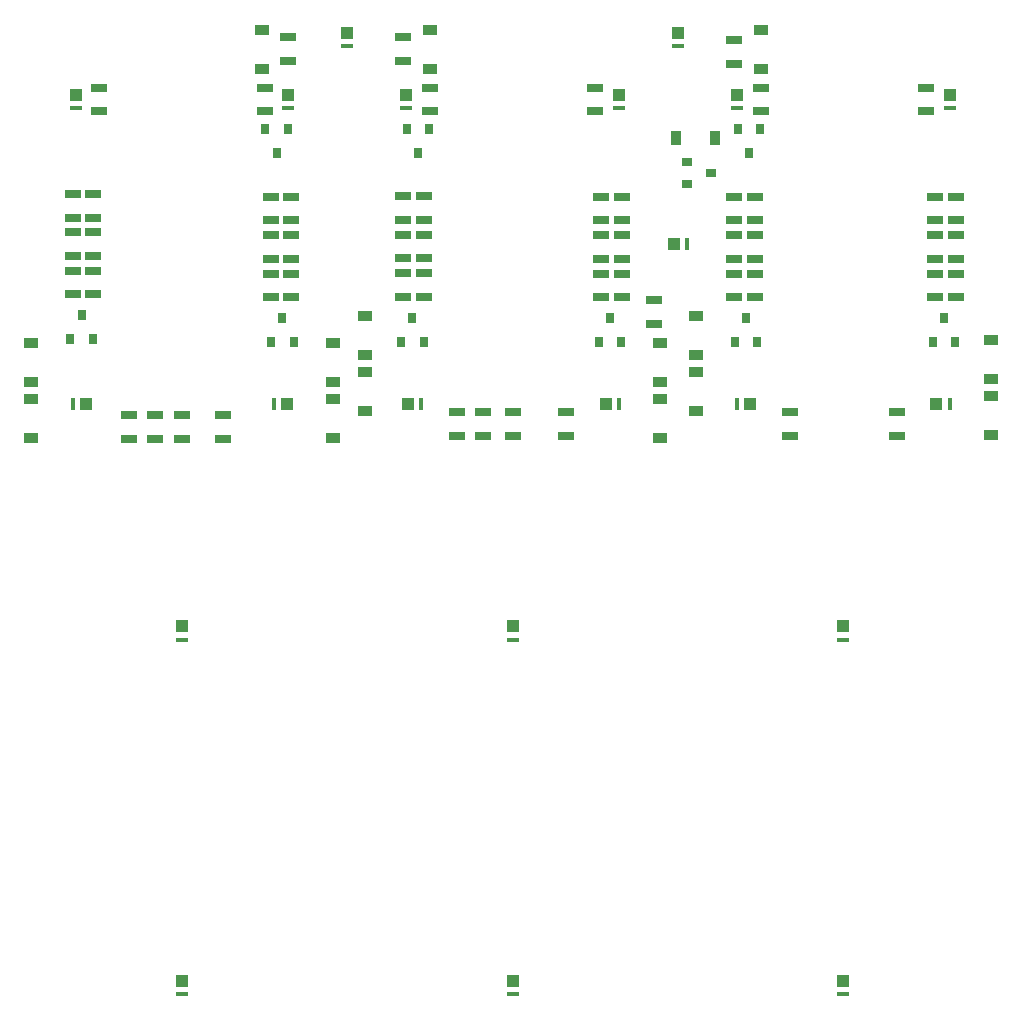
<source format=gbr>
G04 #@! TF.GenerationSoftware,KiCad,Pcbnew,(6.0.0-rc1-dev-1122-gbe0935b)*
G04 #@! TF.CreationDate,2018-11-02T12:34:23-07:00*
G04 #@! TF.ProjectId,50_matter2_comp,35305f6d-6174-4746-9572-325f636f6d70,rev?*
G04 #@! TF.SameCoordinates,Original*
G04 #@! TF.FileFunction,Paste,Top*
G04 #@! TF.FilePolarity,Positive*
%FSLAX46Y46*%
G04 Gerber Fmt 4.6, Leading zero omitted, Abs format (unit mm)*
G04 Created by KiCad (PCBNEW (6.0.0-rc1-dev-1122-gbe0935b)) date Fri Nov  2 12:34:23 2018*
%MOMM*%
%LPD*%
G01*
G04 APERTURE LIST*
%ADD10R,0.800000X0.900000*%
%ADD11R,1.400000X0.800000*%
%ADD12R,0.300000X1.140000*%
%ADD13R,1.020000X1.140000*%
%ADD14R,1.140000X0.300000*%
%ADD15R,1.140000X1.020000*%
%ADD16R,0.900000X0.800000*%
%ADD17R,1.200000X0.900000*%
%ADD18R,0.900000X1.200000*%
G04 APERTURE END LIST*
D10*
G04 #@! TO.C,Q2*
X130500000Y-85500000D03*
X129550000Y-87500000D03*
X131450000Y-87500000D03*
G04 #@! TD*
D11*
G04 #@! TO.C,R46*
X129500000Y-77250000D03*
X129500000Y-75250000D03*
G04 #@! TD*
G04 #@! TO.C,R47*
X129500000Y-80500000D03*
X129500000Y-78500000D03*
G04 #@! TD*
G04 #@! TO.C,R48*
X129500000Y-83750000D03*
X129500000Y-81750000D03*
G04 #@! TD*
G04 #@! TO.C,R49*
X131250000Y-81750000D03*
X131250000Y-83750000D03*
G04 #@! TD*
G04 #@! TO.C,R50*
X131250000Y-78500000D03*
X131250000Y-80500000D03*
G04 #@! TD*
G04 #@! TO.C,R51*
X131250000Y-75250000D03*
X131250000Y-77250000D03*
G04 #@! TD*
G04 #@! TO.C,R53*
X125500000Y-93750000D03*
X125500000Y-95750000D03*
G04 #@! TD*
G04 #@! TO.C,R55*
X112750000Y-77000000D03*
X112750000Y-75000000D03*
G04 #@! TD*
G04 #@! TO.C,R56*
X112750000Y-80250000D03*
X112750000Y-78250000D03*
G04 #@! TD*
D10*
G04 #@! TO.C,Q3*
X113500000Y-85250000D03*
X112550000Y-87250000D03*
X114450000Y-87250000D03*
G04 #@! TD*
G04 #@! TO.C,Q6*
X158250000Y-85500000D03*
X157300000Y-87500000D03*
X159200000Y-87500000D03*
G04 #@! TD*
G04 #@! TO.C,Q7*
X141500000Y-85500000D03*
X140550000Y-87500000D03*
X142450000Y-87500000D03*
G04 #@! TD*
D11*
G04 #@! TO.C,R57*
X112750000Y-83500000D03*
X112750000Y-81500000D03*
G04 #@! TD*
G04 #@! TO.C,R58*
X114500000Y-81500000D03*
X114500000Y-83500000D03*
G04 #@! TD*
G04 #@! TO.C,R59*
X114500000Y-78250000D03*
X114500000Y-80250000D03*
G04 #@! TD*
G04 #@! TO.C,R60*
X114500000Y-75000000D03*
X114500000Y-77000000D03*
G04 #@! TD*
G04 #@! TO.C,R62*
X117500000Y-93750000D03*
X117500000Y-95750000D03*
G04 #@! TD*
G04 #@! TO.C,R81*
X122000000Y-93750000D03*
X122000000Y-95750000D03*
G04 #@! TD*
G04 #@! TO.C,R85*
X157500000Y-77250000D03*
X157500000Y-75250000D03*
G04 #@! TD*
G04 #@! TO.C,R87*
X157500000Y-83750000D03*
X157500000Y-81750000D03*
G04 #@! TD*
G04 #@! TO.C,R88*
X159250000Y-81750000D03*
X159250000Y-83750000D03*
G04 #@! TD*
G04 #@! TO.C,R89*
X159250000Y-78500000D03*
X159250000Y-80500000D03*
G04 #@! TD*
G04 #@! TO.C,R90*
X159250000Y-75250000D03*
X159250000Y-77250000D03*
G04 #@! TD*
G04 #@! TO.C,R92*
X154500000Y-95500000D03*
X154500000Y-93500000D03*
G04 #@! TD*
G04 #@! TO.C,R94*
X140750000Y-77217188D03*
X140750000Y-75217188D03*
G04 #@! TD*
G04 #@! TO.C,R96*
X140750000Y-83717188D03*
X140750000Y-81717188D03*
G04 #@! TD*
G04 #@! TO.C,R97*
X142500000Y-81717188D03*
X142500000Y-83717188D03*
G04 #@! TD*
G04 #@! TO.C,R98*
X142500000Y-78467188D03*
X142500000Y-80467188D03*
G04 #@! TD*
G04 #@! TO.C,R99*
X142500000Y-75217188D03*
X142500000Y-77217188D03*
G04 #@! TD*
G04 #@! TO.C,R100*
X147500000Y-93500000D03*
X147500000Y-95500000D03*
G04 #@! TD*
G04 #@! TO.C,R101*
X145250000Y-95500000D03*
X145250000Y-93500000D03*
G04 #@! TD*
G04 #@! TO.C,R120*
X150000000Y-95500000D03*
X150000000Y-93500000D03*
G04 #@! TD*
D12*
G04 #@! TO.C,D10*
X129765000Y-92750000D03*
D13*
X130875000Y-92750000D03*
G04 #@! TD*
D12*
G04 #@! TO.C,D13*
X112765000Y-92750000D03*
D13*
X113875000Y-92750000D03*
G04 #@! TD*
D14*
G04 #@! TO.C,D16*
X122000000Y-142735000D03*
D15*
X122000000Y-141625000D03*
G04 #@! TD*
D14*
G04 #@! TO.C,D19*
X122000000Y-112735000D03*
D15*
X122000000Y-111625000D03*
G04 #@! TD*
D12*
G04 #@! TO.C,D22*
X158985000Y-92750000D03*
D13*
X157875000Y-92750000D03*
G04 #@! TD*
D12*
G04 #@! TO.C,D25*
X142235000Y-92750000D03*
D13*
X141125000Y-92750000D03*
G04 #@! TD*
D11*
G04 #@! TO.C,R86*
X157500000Y-80500000D03*
X157500000Y-78500000D03*
G04 #@! TD*
G04 #@! TO.C,R95*
X140750000Y-80467188D03*
X140750000Y-78467188D03*
G04 #@! TD*
D14*
G04 #@! TO.C,D28*
X150000000Y-142735000D03*
D15*
X150000000Y-141625000D03*
G04 #@! TD*
D14*
G04 #@! TO.C,D31*
X150000000Y-112735000D03*
D15*
X150000000Y-111625000D03*
G04 #@! TD*
D12*
G04 #@! TO.C,D34*
X186985000Y-92750000D03*
D13*
X185875000Y-92750000D03*
G04 #@! TD*
D12*
G04 #@! TO.C,D37*
X169015000Y-92750000D03*
D13*
X170125000Y-92750000D03*
G04 #@! TD*
D14*
G04 #@! TO.C,D40*
X178000000Y-142735000D03*
D15*
X178000000Y-141625000D03*
G04 #@! TD*
D14*
G04 #@! TO.C,D43*
X178000000Y-112735000D03*
D15*
X178000000Y-111625000D03*
G04 #@! TD*
D12*
G04 #@! TO.C,D46*
X164735000Y-79250000D03*
D13*
X163625000Y-79250000D03*
G04 #@! TD*
D14*
G04 #@! TO.C,D48*
X131000000Y-67735000D03*
D15*
X131000000Y-66625000D03*
G04 #@! TD*
D14*
G04 #@! TO.C,D49*
X113000000Y-67735000D03*
D15*
X113000000Y-66625000D03*
G04 #@! TD*
D14*
G04 #@! TO.C,D51*
X141000000Y-67735000D03*
D15*
X141000000Y-66625000D03*
G04 #@! TD*
D14*
G04 #@! TO.C,D52*
X159000000Y-67735000D03*
D15*
X159000000Y-66625000D03*
G04 #@! TD*
D14*
G04 #@! TO.C,D54*
X169000000Y-67735000D03*
D15*
X169000000Y-66625000D03*
G04 #@! TD*
D14*
G04 #@! TO.C,D55*
X187000000Y-67735000D03*
D15*
X187000000Y-66625000D03*
G04 #@! TD*
D10*
G04 #@! TO.C,Q10*
X186500000Y-85500000D03*
X185550000Y-87500000D03*
X187450000Y-87500000D03*
G04 #@! TD*
G04 #@! TO.C,Q11*
X169750000Y-85500000D03*
X168800000Y-87500000D03*
X170700000Y-87500000D03*
G04 #@! TD*
D16*
G04 #@! TO.C,Q14*
X166750000Y-73250000D03*
X164750000Y-72300000D03*
X164750000Y-74200000D03*
G04 #@! TD*
D10*
G04 #@! TO.C,Q15*
X130000000Y-71500000D03*
X130950000Y-69500000D03*
X129050000Y-69500000D03*
G04 #@! TD*
G04 #@! TO.C,Q16*
X142000000Y-71500000D03*
X142950000Y-69500000D03*
X141050000Y-69500000D03*
G04 #@! TD*
G04 #@! TO.C,Q17*
X170000000Y-71500000D03*
X170950000Y-69500000D03*
X169050000Y-69500000D03*
G04 #@! TD*
D11*
G04 #@! TO.C,R124*
X185750000Y-77250000D03*
X185750000Y-75250000D03*
G04 #@! TD*
G04 #@! TO.C,R125*
X185750000Y-80500000D03*
X185750000Y-78500000D03*
G04 #@! TD*
G04 #@! TO.C,R126*
X185750000Y-83750000D03*
X185750000Y-81750000D03*
G04 #@! TD*
G04 #@! TO.C,R127*
X187500000Y-81750000D03*
X187500000Y-83750000D03*
G04 #@! TD*
G04 #@! TO.C,R128*
X187500000Y-78500000D03*
X187500000Y-80500000D03*
G04 #@! TD*
G04 #@! TO.C,R129*
X187500000Y-75250000D03*
X187500000Y-77250000D03*
G04 #@! TD*
G04 #@! TO.C,R131*
X182500000Y-93500000D03*
X182500000Y-95500000D03*
G04 #@! TD*
G04 #@! TO.C,R133*
X168750000Y-77250000D03*
X168750000Y-75250000D03*
G04 #@! TD*
G04 #@! TO.C,R134*
X168750000Y-80500000D03*
X168750000Y-78500000D03*
G04 #@! TD*
G04 #@! TO.C,R135*
X168750000Y-83750000D03*
X168750000Y-81750000D03*
G04 #@! TD*
G04 #@! TO.C,R136*
X170500000Y-81750000D03*
X170500000Y-83750000D03*
G04 #@! TD*
G04 #@! TO.C,R137*
X170500000Y-78500000D03*
X170500000Y-80500000D03*
G04 #@! TD*
G04 #@! TO.C,R138*
X170500000Y-75250000D03*
X170500000Y-77250000D03*
G04 #@! TD*
G04 #@! TO.C,R140*
X173500000Y-93500000D03*
X173500000Y-95500000D03*
G04 #@! TD*
G04 #@! TO.C,R196*
X162000000Y-84000000D03*
X162000000Y-86000000D03*
G04 #@! TD*
G04 #@! TO.C,R198*
X129000000Y-66000000D03*
X129000000Y-68000000D03*
G04 #@! TD*
G04 #@! TO.C,R199*
X131000000Y-63750000D03*
X131000000Y-61750000D03*
G04 #@! TD*
G04 #@! TO.C,R200*
X115000000Y-66000000D03*
X115000000Y-68000000D03*
G04 #@! TD*
G04 #@! TO.C,R201*
X143000000Y-66000000D03*
X143000000Y-68000000D03*
G04 #@! TD*
G04 #@! TO.C,R202*
X140750000Y-63750000D03*
X140750000Y-61750000D03*
G04 #@! TD*
G04 #@! TO.C,R203*
X157000000Y-66000000D03*
X157000000Y-68000000D03*
G04 #@! TD*
G04 #@! TO.C,R204*
X171000000Y-66000000D03*
X171000000Y-68000000D03*
G04 #@! TD*
G04 #@! TO.C,R205*
X168750000Y-64000000D03*
X168750000Y-62000000D03*
G04 #@! TD*
G04 #@! TO.C,R206*
X185000000Y-66000000D03*
X185000000Y-68000000D03*
G04 #@! TD*
G04 #@! TO.C,R61*
X119750000Y-95750000D03*
X119750000Y-93750000D03*
G04 #@! TD*
D14*
G04 #@! TO.C,D58*
X136000000Y-62485000D03*
D15*
X136000000Y-61375000D03*
G04 #@! TD*
D14*
G04 #@! TO.C,D60*
X164000000Y-62485000D03*
D15*
X164000000Y-61375000D03*
G04 #@! TD*
D17*
G04 #@! TO.C,D8*
X134750000Y-90900000D03*
X134750000Y-87600000D03*
G04 #@! TD*
G04 #@! TO.C,D9*
X134750000Y-92350000D03*
X134750000Y-95650000D03*
G04 #@! TD*
G04 #@! TO.C,D11*
X109250000Y-95650000D03*
X109250000Y-92350000D03*
G04 #@! TD*
G04 #@! TO.C,D12*
X109250000Y-87600000D03*
X109250000Y-90900000D03*
G04 #@! TD*
G04 #@! TO.C,D20*
X162500000Y-90900000D03*
X162500000Y-87600000D03*
G04 #@! TD*
G04 #@! TO.C,D21*
X162500000Y-95650000D03*
X162500000Y-92350000D03*
G04 #@! TD*
G04 #@! TO.C,D23*
X137500000Y-93400000D03*
X137500000Y-90100000D03*
G04 #@! TD*
G04 #@! TO.C,D24*
X137500000Y-85350000D03*
X137500000Y-88650000D03*
G04 #@! TD*
G04 #@! TO.C,D32*
X190500000Y-92100000D03*
X190500000Y-95400000D03*
G04 #@! TD*
G04 #@! TO.C,D33*
X190500000Y-87350000D03*
X190500000Y-90650000D03*
G04 #@! TD*
G04 #@! TO.C,D35*
X165500000Y-90050000D03*
X165500000Y-93350000D03*
G04 #@! TD*
G04 #@! TO.C,D36*
X165500000Y-85350000D03*
X165500000Y-88650000D03*
G04 #@! TD*
D18*
G04 #@! TO.C,D44*
X163850000Y-70250000D03*
X167150000Y-70250000D03*
G04 #@! TD*
D17*
G04 #@! TO.C,D47*
X128750000Y-61100000D03*
X128750000Y-64400000D03*
G04 #@! TD*
G04 #@! TO.C,D50*
X143000000Y-61100000D03*
X143000000Y-64400000D03*
G04 #@! TD*
G04 #@! TO.C,D53*
X171000000Y-64400000D03*
X171000000Y-61100000D03*
G04 #@! TD*
M02*

</source>
